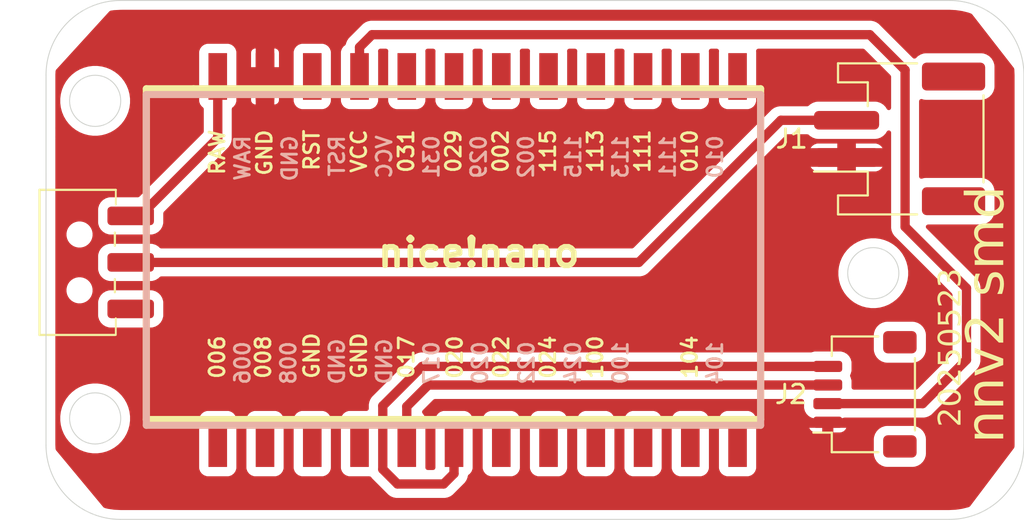
<source format=kicad_pcb>
(kicad_pcb (version 20241229) (generator "pcbnew") (generator_version "9.0")
  (layers (0 "F.Cu" signal) (2 "B.Cu" signal) (13 "F.Paste" user) (15 "B.Paste" user) (5 "F.SilkS" user "F.Silkscreen") (7 "B.SilkS" user "B.Silkscreen") (1 "F.Mask" user) (3 "B.Mask" user) (25 "Edge.Cuts" user))
  (net 0 "")
  (net 1 "/rawswitch")
  (net 2 "GND")
  (net 3 "/SDA")
  (net 4 "VCC")
  (net 5 "/SCL")
  (net 6 "/RAW")
  (footprint "footprints:nnv2-mod" (layer "F.Cu") (at 187.67 87.995)
    (property "Reference" "U1" (hide yes))
    (property "Value" "Nice! Nano (ProMicro)" (hide yes))
    (fp_line (start -17.78 -8.89) (end -17.78 8.89) (stroke (width 0.381)) (layer "F.SilkS"))
    (fp_line (start -17.78 8.89) (end -15.24 8.89) (stroke (width 0.381)) (layer "F.SilkS"))
    (fp_line (start -15.24 -8.89) (end -17.78 -8.89) (stroke (width 0.381)) (layer "F.SilkS"))
    (fp_line (start -15.24 8.89) (end 15.24 8.89) (stroke (width 0.381)) (layer "F.SilkS"))
    (fp_line (start 15.24 -8.89) (end -15.24 -8.89) (stroke (width 0.381)) (layer "F.SilkS"))
    (fp_line (start 15.24 8.89) (end 15.24 -8.89) (stroke (width 0.381)) (layer "F.SilkS"))
    (fp_line (start -17.78 -8.58) (end -17.78 9.2) (stroke (width 0.381)) (layer "B.SilkS"))
    (fp_line (start -17.78 9.2) (end 15.24 9.2) (stroke (width 0.381)) (layer "B.SilkS"))
    (fp_line (start 15.24 -8.58) (end -17.78 -8.58) (stroke (width 0.381)) (layer "B.SilkS"))
    (fp_line (start 15.24 9.2) (end 15.24 -8.58) (stroke (width 0.381)) (layer "B.SilkS"))
    (fp_text user "115" (at 3.81 -5.537191 90) (layer "F.SilkS") (effects (font (size 0.8 0.8))))
    (fp_text user "022" (at 1.3 5.53719 90) (layer "F.SilkS") (effects (font (size 0.8 0.8))))
    (fp_text user "020" (at -1.2 5.53719 90) (layer "F.SilkS") (effects (font (size 0.8 0.8))))
    (fp_text user "006" (at -13.97 5.53719 90) (layer "F.SilkS") (effects (font (size 0.8 0.8))))
    (fp_text user "008" (at -11.5 5.53719 90) (layer "F.SilkS") (effects (font (size 0.8 0.8))))
    (fp_text user "002" (at 1.27 -5.537191 90) (layer "F.SilkS") (effects (font (size 0.8 0.8))))
    (fp_text user "100" (at 6.35 5.53719 90) (layer "F.SilkS") (effects (font (size 0.8 0.8))))
    (fp_text user "017" (at -3.8 5.53719 90) (layer "F.SilkS") (effects (font (size 0.8 0.8))))
    (fp_text user "RAW" (at -13.97 -5.473715 90) (layer "F.SilkS") (effects (font (size 0.8 0.8))))
    (fp_text user "010" (at 11.43 -5.537191 90) (layer "F.SilkS") (effects (font (size 0.8 0.8))))
    (fp_text user "GND" (at -8.89 5.461 90) (layer "F.SilkS") (effects (font (size 0.8 0.8))))
    (fp_text user "GND" (at -6.35 5.461 90) (layer "F.SilkS") (effects (font (size 0.8 0.8))))
    (fp_text user "GND" (at -11.43 -5.454667 90) (layer "F.SilkS") (effects (font (size 0.8 0.8))))
    (fp_text user "024" (at 3.81 5.53719 90) (layer "F.SilkS") (effects (font (size 0.8 0.8))))
    (fp_text user "111" (at 8.89 -5.537191 90) (layer "F.SilkS") (effects (font (size 0.8 0.8))))
    (fp_text user "104" (at 11.43 5.53719 90) (layer "F.SilkS") (effects (font (size 0.8 0.8))))
    (fp_text user "031" (at -3.81 -5.537191 90) (layer "F.SilkS") (effects (font (size 0.8 0.8))))
    (fp_text user "RST" (at -8.89 -5.588 90) (layer "F.SilkS") (effects (font (size 0.8 0.8))))
    (fp_text user "VCC" (at -6.35 -5.537191 90) (layer "F.SilkS") (effects (font (size 0.8 0.8))))
    (fp_text user "113" (at 6.35 -5.537191 90) (layer "F.SilkS") (effects (font (size 0.8 0.8))))
    (fp_text user "029" (at -1.27 -5.537191 90) (layer "F.SilkS") (effects (font (size 0.8 0.8))))
    (fp_text user "nice!nano" (at 0.09 -0.075 180) (layer "F.SilkS") (effects (font (size 1.5 1.5) (thickness 0.3))))
    (fp_text user "GND" (at -7.53 5.771 90) (layer "B.SilkS") (effects (font (size 0.8 0.8)) (justify mirror)))
    (fp_text user "100" (at 7.71 5.84719 90) (layer "B.SilkS") (effects (font (size 0.8 0.8)) (justify mirror)))
    (fp_text user "VCC" (at -4.99 -5.227191 90) (layer "B.SilkS") (effects (font (size 0.8 0.8)) (justify mirror)))
    (fp_text user "GND" (at -10.07 -5.144667 90) (layer "B.SilkS") (effects (font (size 0.8 0.8)) (justify mirror)))
    (fp_text user "008" (at -10.14 5.84719 90) (layer "B.SilkS") (effects (font (size 0.8 0.8)) (justify mirror)))
    (fp_text user "010" (at 12.79 -5.227191 90) (layer "B.SilkS") (effects (font (size 0.8 0.8)) (justify mirror)))
    (fp_text user "111" (at 10.25 -5.227191 90) (layer "B.SilkS") (effects (font (size 0.8 0.8)) (justify mirror)))
    (fp_text user "RAW" (at -12.61 -5.163715 90) (layer "B.SilkS") (effects (font (size 0.8 0.8)) (justify mirror)))
    (fp_text user "022" (at 2.66 5.84719 90) (layer "B.SilkS") (effects (font (size 0.8 0.8)) (justify mirror)))
    (fp_text user "104" (at 12.79 5.84719 90) (layer "B.SilkS") (effects (font (size 0.8 0.8)) (justify mirror)))
    (fp_text user "017" (at -2.45 5.84719 90) (layer "B.SilkS") (effects (font (size 0.8 0.8)) (justify mirror)))
    (fp_text user "031" (at -2.45 -5.227191 90) (layer "B.SilkS") (effects (font (size 0.8 0.8)) (justify mirror)))
    (fp_text user "GND" (at -4.99 5.771 90) (layer "B.SilkS") (effects (font (size 0.8 0.8)) (justify mirror)))
    (fp_text user "029" (at 0.09 -5.227191 90) (layer "B.SilkS") (effects (font (size 0.8 0.8)) (justify mirror)))
    (fp_text user "024" (at 5.16 5.84719 90) (layer "B.SilkS") (effects (font (size 0.8 0.8)) (justify mirror)))
    (fp_text user "006" (at -12.61 5.84719 90) (layer "B.SilkS") (effects (font (size 0.8 0.8)) (justify mirror)))
    (fp_text user "115" (at 5.17 -5.227191 90) (layer "B.SilkS") (effects (font (size 0.8 0.8)) (justify mirror)))
    (fp_text user "113" (at 7.71 -5.227191 90) (layer "B.SilkS") (effects (font (size 0.8 0.8)) (justify mirror)))
    (fp_text user "RST" (at -7.53 -5.278 90) (layer "B.SilkS") (effects (font (size 0.8 0.8)) (justify mirror)))
    (fp_text user "020" (at 0.16 5.84719 90) (layer "B.SilkS") (effects (font (size 0.8 0.8)) (justify mirror)))
    (fp_text user "002" (at 2.63 -5.227191 90) (layer "B.SilkS") (effects (font (size 0.8 0.8)) (justify mirror)))
    (pad "1" smd rect (at -13.94 10.185 90) (size 2.51 1) (layers "F.Cu" "F.Mask" "F.Paste"))
    (pad "2" smd rect (at -11.4 10.185 90) (size 2.51 1) (layers "F.Cu" "F.Mask" "F.Paste"))
    (pad "3" smd rect (at -8.86 10.185 90) (size 2.51 1) (layers "F.Cu" "F.Mask" "F.Paste"))
    (pad "4" smd rect (at -6.32 10.185 90) (size 2.51 1) (layers "F.Cu" "F.Mask" "F.Paste"))
    (pad "5" smd rect (at -3.78 10.185 90) (size 2.51 1) (layers "F.Cu" "F.Mask" "F.Paste") (net 3 "/SDA"))
    (pad "6" smd rect (at -1.24 10.185 90) (size 2.51 1) (layers "F.Cu" "F.Mask" "F.Paste") (net 5 "/SCL"))
    (pad "7" smd rect (at 1.3 10.185 90) (size 2.51 1) (layers "F.Cu" "F.Mask" "F.Paste"))
    (pad "8" smd rect (at 3.84 10.185 90) (size 2.51 1) (layers "F.Cu" "F.Mask" "F.Paste"))
    (pad "9" smd rect (at 6.38 10.185 90) (size 2.51 1) (layers "F.Cu" "F.Mask" "F.Paste"))
    (pad "10" smd rect (at 8.92 10.185 90) (size 2.51 1) (layers "F.Cu" "F.Mask" "F.Paste"))
    (pad "11" smd rect (at 11.46 10.185 90) (size 2.51 1) (layers "F.Cu" "F.Mask" "F.Paste"))
    (pad "12" smd rect (at 14 10.185 90) (size 2.51 1) (layers "F.Cu" "F.Mask" "F.Paste"))
    (pad "13" smd rect (at 14 -9.55 90) (size 2.51 1) (layers "F.Cu" "F.Mask" "F.Paste"))
    (pad "14" smd rect (at 11.46 -9.55 90) (size 2.51 1) (layers "F.Cu" "F.Mask" "F.Paste"))
    (pad "15" smd rect (at 8.92 -9.55 90) (size 2.51 1) (layers "F.Cu" "F.Mask" "F.Paste"))
    (pad "16" smd rect (at 6.38 -9.55 90) (size 2.51 1) (layers "F.Cu" "F.Mask" "F.Paste"))
    (pad "17" smd rect (at 3.84 -9.55 90) (size 2.51 1) (layers "F.Cu" "F.Mask" "F.Paste"))
    (pad "18" smd rect (at 1.3 -9.55 90) (size 2.51 1) (layers "F.Cu" "F.Mask" "F.Paste"))
    (pad "19" smd rect (at -1.24 -9.55 90) (size 2.51 1) (layers "F.Cu" "F.Mask" "F.Paste"))
    (pad "20" smd rect (at -3.78 -9.55 90) (size 2.51 1) (layers "F.Cu" "F.Mask" "F.Paste"))
    (pad "21" smd rect (at -6.32 -9.55 90) (size 2.51 1) (layers "F.Cu" "F.Mask" "F.Paste") (net 4 "VCC"))
    (pad "22" smd rect (at -8.86 -9.55 90) (size 2.51 1) (layers "F.Cu" "F.Mask" "F.Paste"))
    (pad "23" smd rect (at -11.4 -9.55 90) (size 2.51 1) (layers "F.Cu" "F.Mask" "F.Paste") (net 2 "GND"))
    (pad "24" smd rect (at -13.94 -9.55 90) (size 2.51 1) (layers "F.Cu" "F.Mask" "F.Paste") (net 6 "/RAW"))
  )
  (footprint "Connector_JST:JST_SH_SM04B-SRSS-TB_1x04-1MP_P1.00mm_Horizontal" (layer "F.Cu") (at 208.52 95.53 90)
    (property "Reference" "J2" (at 0 -3.98 180) (layer "F.SilkS"))
    (property "Value" "Conn_01x04_Socket" (hide yes))
    (fp_line (start 3.11 -1.785) (end 2.06 -1.785) (stroke (width 0.12)) (layer "F.SilkS"))
    (fp_line (start -2.06 -1.785) (end -2.06 -2.775) (stroke (width 0.12)) (layer "F.SilkS"))
    (fp_line (start -3.11 -1.785) (end -2.06 -1.785) (stroke (width 0.12)) (layer "F.SilkS"))
    (fp_line (start 3.11 0.715) (end 3.11 -1.785) (stroke (width 0.12)) (layer "F.SilkS"))
    (fp_line (start -3.11 0.715) (end -3.11 -1.785) (stroke (width 0.12)) (layer "F.SilkS"))
    (fp_line (start -1.94 2.685) (end 1.94 2.685) (stroke (width 0.12)) (layer "F.SilkS"))
    (pad "1" smd roundrect (at -1.5 -2 90) (size 0.6 1.55) (layers "F.Cu" "F.Mask" "F.Paste") (net 2 "GND"))
    (pad "2" smd roundrect (at -0.5 -2 90) (size 0.6 1.55) (layers "F.Cu" "F.Mask" "F.Paste") (net 4 "VCC"))
    (pad "3" smd roundrect (at 0.5 -2 90) (size 0.6 1.55) (layers "F.Cu" "F.Mask" "F.Paste") (net 3 "/SDA"))
    (pad "4" smd roundrect (at 1.5 -2 90) (size 0.6 1.55) (layers "F.Cu" "F.Mask" "F.Paste") (net 5 "/SCL"))
    (pad "MP" smd roundrect (at -2.8 1.875 90) (size 1.2 1.8) (layers "F.Cu" "F.Mask" "F.Paste") (roundrect_rratio 0.208333))
    (pad "MP" smd roundrect (at 2.8 1.875 90) (size 1.2 1.8) (layers "F.Cu" "F.Mask" "F.Paste") (roundrect_rratio 0.208333))
  )
  (footprint "footprints:slide-switch-smd" (layer "F.Cu") (at 166.55 88.44 -90)
    (property "Reference" "SW1" (hide yes))
    (property "Value" "SW_SPST" (hide yes))
    (fp_line (start -3.9 2.4) (end 3.9 2.4) (stroke (width 0.12)) (layer "F.SilkS"))
    (fp_line (start -3.9 2.4) (end -3.9 -1.7) (stroke (width 0.12)) (layer "F.SilkS"))
    (fp_line (start -0.9 -1.65) (end -1.6 -1.65) (stroke (width 0.12)) (layer "F.SilkS"))
    (fp_line (start 1.6 -1.65) (end 0.9 -1.65) (stroke (width 0.12)) (layer "F.SilkS"))
    (fp_line (start 3.9 -1.65) (end 3.9 2.4) (stroke (width 0.12)) (layer "F.SilkS"))
    (fp_line (start -3.1 -1.7) (end -3.9 -1.7) (stroke (width 0.1)) (layer "F.SilkS"))
    (fp_line (start 3 -1.7) (end 3.9 -1.7) (stroke (width 0.1)) (layer "F.SilkS"))
    (pad "" np_thru_hole circle (at -1.5 0.25 270) (size 0.9 0.9) (drill 0.9) (layers "*.Cu" "*.Mask"))
    (pad "" np_thru_hole circle (at 1.5 0.25 270) (size 0.9 0.9) (drill 0.9) (layers "*.Cu" "*.Mask"))
    (pad "1" smd roundrect (at -2.5 -2.5 270) (size 1 2.5) (layers "F.Cu" "F.Mask" "F.Paste") (roundrect_rratio 0.2) (net 6 "/RAW"))
    (pad "2" smd roundrect (at 0 -2.5 270) (size 1 2.5) (layers "F.Cu" "F.Mask" "F.Paste") (roundrect_rratio 0.2) (net 1 "/rawswitch"))
    (pad "3" smd roundrect (at 2.5 -2.5 270) (size 1 2.5) (layers "F.Cu" "F.Mask" "F.Paste") (roundrect_rratio 0.2))
  )
  (footprint "Connector_JST:JST_PH_S2B-PH-SM4-TB_1x02-1MP_P2.00mm_Horizontal" (layer "F.Cu") (at 210.38 81.8 90)
    (property "Reference" "J1" (at 0 -5.8 180) (layer "F.SilkS"))
    (property "Value" "Conn_01x02_Socket" (hide yes))
    (fp_line (start 4.06 -3.31) (end 3.04 -3.31) (stroke (width 0.12)) (layer "F.SilkS"))
    (fp_line (start 3.04 -3.31) (end 3.04 -1.71) (stroke (width 0.12)) (layer "F.SilkS"))
    (fp_line (start -3.04 -3.31) (end -3.04 -1.71) (stroke (width 0.12)) (layer "F.SilkS"))
    (fp_line (start -4.06 -3.31) (end -3.04 -3.31) (stroke (width 0.12)) (layer "F.SilkS"))
    (fp_line (start 3.04 -1.71) (end 1.76 -1.71) (stroke (width 0.12)) (layer "F.SilkS"))
    (fp_line (start -1.76 -1.71) (end -1.76 -4.6) (stroke (width 0.12)) (layer "F.SilkS"))
    (fp_line (start -3.04 -1.71) (end -1.76 -1.71) (stroke (width 0.12)) (layer "F.SilkS"))
    (fp_line (start 4.06 0.94) (end 4.06 -3.31) (stroke (width 0.12)) (layer "F.SilkS"))
    (fp_line (start -4.06 0.94) (end -4.06 -3.31) (stroke (width 0.12)) (layer "F.SilkS"))
    (fp_line (start -2.34 4.51) (end 2.34 4.51) (stroke (width 0.12)) (layer "F.SilkS"))
    (pad "1" smd roundrect (at -1 -2.85 90) (size 1 3.5) (layers "F.Cu" "F.Mask" "F.Paste") (net 2 "GND"))
    (pad "2" smd roundrect (at 1 -2.85 90) (size 1 3.5) (layers "F.Cu" "F.Mask" "F.Paste") (net 1 "/rawswitch"))
    (pad "MP" smd roundrect (at -3.35 2.9 90) (size 1.5 3.4) (layers "F.Cu" "F.Mask" "F.Paste") (roundrect_rratio 0.166667))
    (pad "MP" smd roundrect (at 3.35 2.9 90) (size 1.5 3.4) (layers "F.Cu" "F.Mask" "F.Paste") (roundrect_rratio 0.166667))
  )
  (gr_line (start 164.498428 98.251573) (end 164.500001 78.35) (stroke (width 0.05)) (layer "Edge.Cuts"))
  (gr_line (start 213.061573 102.251573) (end 168.498427 102.251571) (stroke (width 0.05)) (layer "Edge.Cuts"))
  (gr_circle (center 167.14 79.755) (end 168.515 79.755) (stroke (width 0.05)) (fill no) (layer "Edge.Cuts"))
  (gr_circle (center 208.965 89.02) (end 210.34 89.02) (stroke (width 0.05)) (fill no) (layer "Edge.Cuts"))
  (gr_arc (start 213.061573 74.36) (mid 215.895209 75.536764) (end 217.061573 78.374696) (stroke (width 0.05)) (layer "Edge.Cuts"))
  (gr_arc (start 168.498427 102.251572) (mid 165.669993 101.080007) (end 164.498428 98.251573) (stroke (width 0.05)) (layer "Edge.Cuts"))
  (gr_arc (start 217.061572 98.251573) (mid 215.890007 101.080007) (end 213.061573 102.251572) (stroke (width 0.05)) (layer "Edge.Cuts"))
  (gr_arc (start 164.5 78.35) (mid 165.674643 75.529153) (end 168.498427 74.361587) (stroke (width 0.05)) (layer "Edge.Cuts"))
  (gr_line (start 168.498427 74.36) (end 213.0616 74.36) (stroke (width 0.05)) (layer "Edge.Cuts"))
  (gr_circle (center 167.14 96.825) (end 168.515 96.825) (stroke (width 0.05)) (fill no) (layer "Edge.Cuts"))
  (gr_line (start 217.061573 78.374696) (end 217.061573 98.251573) (stroke (width 0.05)) (layer "Edge.Cuts"))
  (gr_text "nnv2 smd" (at 216.29 98.16 90) (layer "F.SilkS") (effects (font (size 2 2) (thickness 0.1)) (justify left bottom)))
  (gr_text "20250523" (at 213.86 97.29 90) (layer "F.SilkS") (effects (font (size 1.2 1.2) (thickness 0.1)) (justify left bottom)))
  (segment (start 196.36 88.44) (end 204 80.8) (width 0.5) (layer "F.Cu") (net 1))
  (segment (start 169.55 88.44) (end 196.36 88.44) (width 0.5) (layer "F.Cu") (net 1))
  (segment (start 204 80.8) (end 207.53 80.8) (width 0.5) (layer "F.Cu") (net 1))
  (segment (start 183.89 96.185) (end 185.045 95.03) (width 0.5) (layer "F.Cu") (net 3))
  (segment (start 183.89 98.18) (end 183.89 96.185) (width 0.5) (layer "F.Cu") (net 3))
  (segment (start 185.045 95.03) (end 206.52 95.03) (width 0.5) (layer "F.Cu") (net 3))
  (segment (start 213.975 93.675) (end 211.62 96.03) (width 0.5) (layer "F.Cu") (net 4))
  (segment (start 213.975 89.825) (end 213.975 93.675) (width 0.5) (layer "F.Cu") (net 4))
  (segment (start 211.62 96.03) (end 206.52 96.03) (width 0.5) (layer "F.Cu") (net 4))
  (segment (start 181.35 78.445) (end 181.35 76.875) (width 0.5) (layer "F.Cu") (net 4))
  (segment (start 208.775 76.2) (end 210.675 78.1) (width 0.5) (layer "F.Cu") (net 4))
  (segment (start 181.35 76.875) (end 182.025 76.2) (width 0.5) (layer "F.Cu") (net 4))
  (segment (start 210.675 86.525) (end 213.975 89.825) (width 0.5) (layer "F.Cu") (net 4))
  (segment (start 182.025 76.2) (end 208.775 76.2) (width 0.5) (layer "F.Cu") (net 4))
  (segment (start 210.675 78.1) (end 210.675 86.525) (width 0.5) (layer "F.Cu") (net 4))
  (segment (start 184.72 94.03) (end 206.52 94.03) (width 0.5) (layer "F.Cu") (net 5))
  (segment (start 186.43 99.79) (end 185.87 100.35) (width 0.5) (layer "F.Cu") (net 5))
  (segment (start 182.6 96.15) (end 184.72 94.03) (width 0.5) (layer "F.Cu") (net 5))
  (segment (start 182.6 99.56) (end 182.6 96.15) (width 0.5) (layer "F.Cu") (net 5))
  (segment (start 183.39 100.35) (end 182.6 99.56) (width 0.5) (layer "F.Cu") (net 5))
  (segment (start 186.43 98.18) (end 186.43 99.79) (width 0.5) (layer "F.Cu") (net 5))
  (segment (start 185.87 100.35) (end 183.39 100.35) (width 0.5) (layer "F.Cu") (net 5))
  (segment (start 169.55 85.94) (end 173.73 81.76) (width 0.5) (layer "F.Cu") (net 6))
  (segment (start 173.73 81.76) (end 173.73 78.445) (width 0.5) (layer "F.Cu") (net 6))
  (zone (net 2) (net_name "GND") (layer "F.Cu") (connect_pads (clearance 0.5)) (min_thickness 0.25) (fill yes (thermal_gap 0.25) (thermal_bridge_width 1))
    (polygon (pts (xy 168.4 74.4) (xy 213.81 74.5) (xy 217 78.6) (xy 217 97.8) (xy 213.76 102.09) (xy 167.99 102.09) (xy 164.59 98) (xy 164.55 78.62)))
  )
)
</source>
